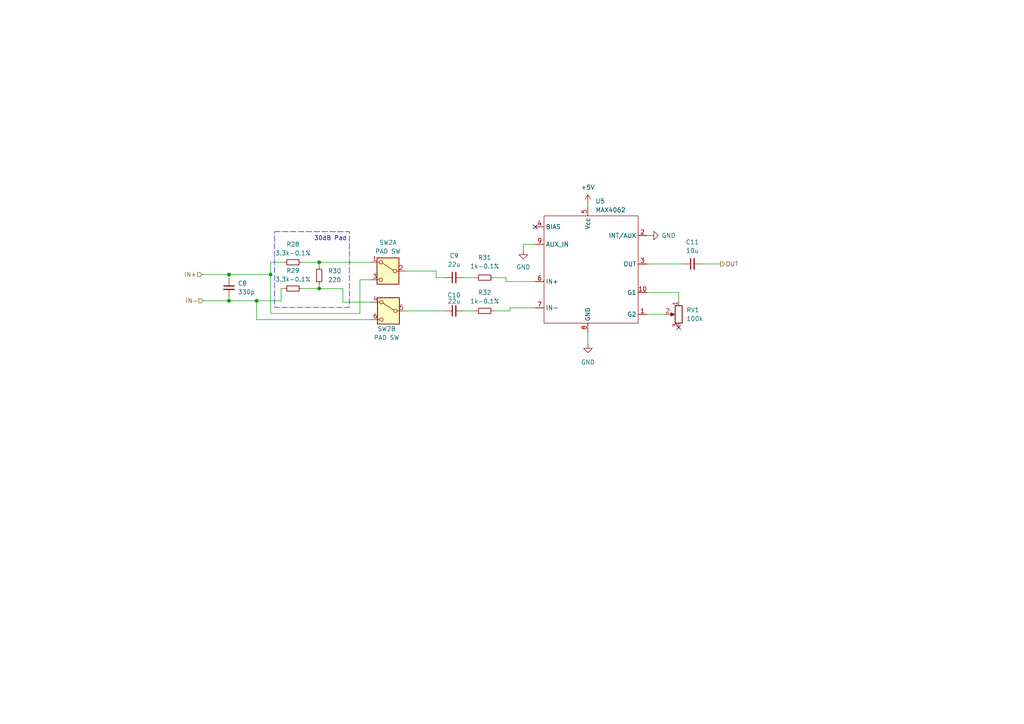
<source format=kicad_sch>
(kicad_sch (version 20230121) (generator eeschema)
  (paper "A4")
  (lib_symbols
    (symbol "Device:C_Small" (pin_numbers hide) (pin_names (offset 0.254) hide)
      (property "Reference" "C" (at 0.254 1.778 0))
      (property "Value" "C_Small" (at 0.254 -2.032 0))
      (symbol "C_Small_0_1"
        (polyline (pts (xy -1.524 -0.508) (xy 1.524 -0.508)) (stroke (width 0.3302)))
        (polyline (pts (xy -1.524 0.508) (xy 1.524 0.508)) (stroke (width 0.3048)))
      )
      (symbol "C_Small_1_1"
        (pin passive line (at 0 2.54 270) (length 2.032) (name "~") (number "1"))
        (pin passive line (at 0 -2.54 90) (length 2.032) (name "~") (number "2"))
      )
    )
    (symbol "Device:R_Potentiometer" (pin_names (offset 1.016) hide)
      (property "Reference" "RV" (at -4.445 0 90))
      (property "Value" "R_Potentiometer" (at -2.54 0 90))
      (symbol "R_Potentiometer_0_1"
        (polyline (pts (xy 2.54 0) (xy 1.524 0)))
        (polyline (pts (xy 1.143 0) (xy 2.286 0.508) (xy 2.286 -0.508) (xy 1.143 0)) (fill (type outline)))
        (rectangle (start 1.016 2.54) (end -1.016 -2.54) (stroke (width 0.254)))
      )
      (symbol "R_Potentiometer_1_1"
        (pin passive line (at 0 3.81 270) (length 1.27) (name "1") (number "1"))
        (pin passive line (at 3.81 0 180) (length 1.27) (name "2") (number "2"))
        (pin passive line (at 0 -3.81 90) (length 1.27) (name "3") (number "3"))
      )
    )
    (symbol "Device:R_Small" (pin_numbers hide) (pin_names (offset 0.254) hide)
      (property "Reference" "R" (at 0.762 0.508 0))
      (property "Value" "R_Small" (at 0.762 -1.016 0))
      (symbol "R_Small_0_1"
        (rectangle (start -0.762 1.778) (end 0.762 -1.778) (stroke (width 0.2032)))
      )
      (symbol "R_Small_1_1"
        (pin passive line (at 0 2.54 270) (length 0.762) (name "~") (number "1"))
        (pin passive line (at 0 -2.54 90) (length 0.762) (name "~") (number "2"))
      )
    )
    (symbol "Switch:SW_DPDT_x2" (pin_names (offset 0) hide)
      (property "Reference" "SW" (at 0 5.08 0))
      (property "Value" "SW_DPDT_x2" (at 0 -5.08 0))
      (symbol "SW_DPDT_x2_0_0"
        (circle (center -2.032 0) (radius 0.508))
        (circle (center 2.032 -2.54) (radius 0.508))
      )
      (symbol "SW_DPDT_x2_0_1"
        (rectangle (start -3.175 3.81) (end 3.175 -3.81) (stroke (width 0.254)) (fill (type background)))
        (polyline (pts (xy -1.524 0.254) (xy 1.5748 2.286)))
        (circle (center 2.032 2.54) (radius 0.508))
      )
      (symbol "SW_DPDT_x2_1_1"
        (pin passive line (at 5.08 2.54 180) (length 2.54) (name "A") (number "1"))
        (pin passive line (at -5.08 0 0) (length 2.54) (name "B") (number "2"))
        (pin passive line (at 5.08 -2.54 180) (length 2.54) (name "C") (number "3"))
      )
      (symbol "SW_DPDT_x2_2_1"
        (pin passive line (at 5.08 2.54 180) (length 2.54) (name "A") (number "4"))
        (pin passive line (at -5.08 0 0) (length 2.54) (name "B") (number "5"))
        (pin passive line (at 5.08 -2.54 180) (length 2.54) (name "C") (number "6"))
      )
    )
    (symbol "custom:MAX4062"
      (property "Reference" "U" (at 11.43 -17.145 0))
      (property "Value" "MAX4062" (at 0.635 0 0))
      (symbol "MAX4062_0_1"
        (rectangle (start -12.7 15.875) (end 14.605 -15.24))
      )
      (symbol "MAX4062_1_1"
        (pin input line (at 17.145 -12.7 180) (length 2.54) (name "G2") (number "1"))
        (pin output line (at 17.145 -6.35 180) (length 2.54) (name "G1") (number "10"))
        (pin input line (at 17.145 10.16 180) (length 2.54) (name "INT/AUX") (number "2"))
        (pin output line (at 17.145 1.905 180) (length 2.54) (name "OUT") (number "3"))
        (pin output line (at -15.24 12.7 0) (length 2.54) (name "BIAS") (number "4"))
        (pin input line (at 0 18.415 270) (length 2.54) (name "Vcc") (number "5"))
        (pin input line (at -15.24 -3.175 0) (length 2.54) (name "IN+") (number "6"))
        (pin input line (at -15.24 -10.795 0) (length 2.54) (name "IN-") (number "7"))
        (pin input line (at 0 -17.78 90) (length 2.54) (name "GND") (number "8"))
        (pin input line (at -15.24 7.62 0) (length 2.54) (name "AUX_IN") (number "9"))
      )
    )
    (symbol "power:+5V" (power) (pin_names (offset 0))
      (property "Value" "+5V" (at 0 3.556 0))
      (symbol "+5V_0_1"
        (polyline (pts (xy -0.762 1.27) (xy 0 2.54)))
        (polyline (pts (xy 0 0) (xy 0 2.54)))
        (polyline (pts (xy 0 2.54) (xy 0.762 1.27)))
      )
      (symbol "+5V_1_1"
        (pin power_in line (at 0 0 90) (length 0) hide (name "+5V") (number "1"))
      )
    )
    (symbol "power:GND" (power) (pin_names (offset 0))
      (property "Value" "GND" (at 0 -3.81 0))
      (symbol "GND_0_1"
        (polyline (pts (xy 0 0) (xy 0 -1.27) (xy 1.27 -1.27) (xy 0 -2.54) (xy -1.27 -1.27) (xy 0 -1.27)))
      )
      (symbol "GND_1_1"
        (pin power_in line (at 0 0 270) (length 0) hide (name "GND") (number "1"))
      )
    )
  )
  (junction (at 78.486 79.629))
  (junction (at 74.422 87.249))
  (junction (at 66.421 79.629))
  (junction (at 92.583 76.073))
  (junction (at 66.421 87.249))
  (junction (at 92.583 83.693))
  (no_connect (at 155.2448 65.786))
  (no_connect (at 196.85 94.996))
  (wire (pts (xy 170.4848 59.0296) (xy 170.4848 60.071)))
  (wire (pts (xy 78.486 79.629) (xy 78.486 90.932)))
  (wire (pts (xy 196.85 84.836) (xy 187.6298 84.836)))
  (wire (pts (xy 87.503 83.693) (xy 92.583 83.693)))
  (wire (pts (xy 196.85 87.376) (xy 196.85 84.836)))
  (wire (pts (xy 81.534 87.249) (xy 81.534 83.693)))
  (wire (pts (xy 198.2724 76.5556) (xy 189.0776 76.5556)))
  (wire (pts (xy 66.421 79.629) (xy 78.486 79.629)))
  (wire (pts (xy 87.503 76.073) (xy 92.583 76.073)))
  (wire (pts (xy 66.421 79.629) (xy 66.421 80.899)))
  (wire (pts (xy 81.534 83.693) (xy 82.423 83.693)))
  (wire (pts (xy 203.3524 76.5556) (xy 208.9404 76.5556)))
  (wire (pts (xy 78.486 79.629) (xy 78.486 76.073)))
  (wire (pts (xy 189.0776 76.5556) (xy 189.0776 76.581)))
  (wire (pts (xy 117.729 90.17) (xy 129.159 90.17)))
  (wire (pts (xy 151.7904 70.866) (xy 151.7904 72.5932)))
  (wire (pts (xy 74.422 87.249) (xy 81.534 87.249)))
  (wire (pts (xy 146.7866 80.518) (xy 146.7866 81.661)))
  (wire (pts (xy 92.583 76.073) (xy 107.442 76.073)))
  (wire (pts (xy 66.421 85.979) (xy 66.421 87.249)))
  (wire (pts (xy 126.492 80.518) (xy 126.492 78.613)))
  (wire (pts (xy 138.049 90.17) (xy 134.239 90.17)))
  (wire (pts (xy 104.394 81.153) (xy 107.442 81.153)))
  (wire (pts (xy 99.441 83.693) (xy 99.441 87.63)))
  (wire (pts (xy 170.4848 96.2914) (xy 170.4848 96.266)))
  (wire (pts (xy 134.239 80.518) (xy 138.049 80.518)))
  (wire (pts (xy 170.5102 99.7712) (xy 170.5102 96.2914)))
  (wire (pts (xy 146.7866 81.661) (xy 155.2448 81.661)))
  (wire (pts (xy 74.422 92.71) (xy 107.569 92.71)))
  (wire (pts (xy 92.583 83.693) (xy 99.441 83.693)))
  (wire (pts (xy 129.159 80.518) (xy 126.492 80.518)))
  (wire (pts (xy 78.486 76.073) (xy 82.423 76.073)))
  (wire (pts (xy 147.9296 90.17) (xy 147.9296 89.281)))
  (wire (pts (xy 66.421 87.249) (xy 74.422 87.249)))
  (wire (pts (xy 187.6298 91.186) (xy 193.04 91.186)))
  (wire (pts (xy 189.0776 76.581) (xy 187.6298 76.581)))
  (wire (pts (xy 143.129 80.518) (xy 146.7866 80.518)))
  (wire (pts (xy 66.421 79.629) (xy 58.547 79.629)))
  (wire (pts (xy 143.129 90.17) (xy 147.9296 90.17)))
  (wire (pts (xy 74.422 87.249) (xy 74.422 92.71)))
  (wire (pts (xy 170.5102 96.2914) (xy 170.4848 96.2914)))
  (wire (pts (xy 78.486 90.932) (xy 104.394 90.932)))
  (wire (pts (xy 58.928 87.249) (xy 66.421 87.249)))
  (wire (pts (xy 92.583 82.423) (xy 92.583 83.693)))
  (wire (pts (xy 155.2448 70.866) (xy 151.7904 70.866)))
  (wire (pts (xy 188.3664 68.326) (xy 187.6298 68.326)))
  (wire (pts (xy 117.602 78.613) (xy 126.492 78.613)))
  (wire (pts (xy 104.394 81.153) (xy 104.394 90.932)))
  (wire (pts (xy 92.583 76.073) (xy 92.583 77.343)))
  (wire (pts (xy 147.9296 89.281) (xy 155.2448 89.281)))
  (wire (pts (xy 99.441 87.63) (xy 107.569 87.63)))
  (rectangle (start 79.629 67.183) (end 101.346 89.154) (stroke (width 0) (type dash)))
  (text "30dB Pad" (at 91.059 69.977 0) (effects (font (size 1.27 1.27)) (justify left bottom)))
  (hierarchical_label "OUT" (shape output) (at 208.9404 76.5556 0))
  (hierarchical_label "IN+" (shape input) (at 58.547 79.629 180))
  (hierarchical_label "IN-" (shape input) (at 58.928 87.249 180))
  (symbol (lib_id "power:GND") (at 188.3664 68.326 90) (unit 1)
    (property "Reference" "#PWR042" (effects hide))
    (property "Value" "GND" (at 191.8716 68.326 90) (effects (justify right)))
    (instances (project "spider2" (path "" (reference "#PWR042") (unit 1)) (path "" (reference "#PWR046") (unit 1))))
  )
  (symbol (lib_id "Switch:SW_DPDT_x2") (at 112.522 78.613 0) (mirror y) (unit 1)
    (property "Reference" "SW2" (at 112.522 70.358 0))
    (property "Value" "PAD SW" (at 112.522 72.898 0))
    (instances (project "spider2" (path "" (reference "SW2") (unit 1)) (path "" (reference "SW3") (unit 1))))
  )
  (symbol (lib_id "Device:R_Potentiometer") (at 196.85 91.186 0) (mirror y) (unit 1)
    (property "Reference" "RV1" (at 199.0344 89.916 0) (effects (justify right)))
    (property "Value" "100k" (at 199.0344 92.456 0) (effects (justify right)))
    (instances (project "spider2" (path "" (reference "RV1") (unit 1)) (path "" (reference "RV2") (unit 1))))
  )
  (symbol (lib_id "Device:R_Small") (at 84.963 83.693 90) (unit 1)
    (property "Reference" "R29" (at 84.963 78.486 90))
    (property "Value" "3.3k-0.1%" (at 84.963 81.026 90))
    (instances (project "spider2" (path "" (reference "R29") (unit 1)) (path "" (reference "R34") (unit 1))))
  )
  (symbol (lib_id "power:+5V") (at 170.4848 59.0296 0) (unit 1)
    (property "Reference" "#PWR040" (effects hide))
    (property "Value" "+5V" (at 170.4848 54.356 0))
    (instances (project "spider2" (path "" (reference "#PWR040") (unit 1)) (path "" (reference "#PWR044") (unit 1))))
  )
  (symbol (lib_id "Device:C_Small") (at 200.8124 76.5556 90) (unit 1)
    (property "Reference" "C11" (at 200.8187 70.2056 90))
    (property "Value" "10u" (at 200.8187 72.7456 90))
    (instances (project "spider2" (path "" (reference "C11") (unit 1)) (path "" (reference "C15") (unit 1))))
  )
  (symbol (lib_id "custom:MAX4062") (at 170.4848 78.486 0) (unit 1)
    (property "Reference" "U5" (at 172.6789 58.3692 0) (effects (justify left)))
    (property "Value" "MAX4062" (at 172.6789 60.9092 0) (effects (justify left)))
    (property "Footprint" "Package_SO:MSOP-10_3x3mm_P0.5mm" (effects hide))
    (property "Datasheet" "https://www.farnell.com/datasheets/2000892.pdf" (effects hide))
    (instances (project "spider2" (path "" (reference "U5") (unit 1)) (path "" (reference "U6") (unit 1))))
  )
  (symbol (lib_id "Switch:SW_DPDT_x2") (at 112.649 90.17 0) (mirror y) (unit 2)
    (property "Reference" "SW2" (at 112.141 95.377 0))
    (property "Value" "PAD SW" (at 112.141 97.917 0))
    (instances (project "spider2" (path "" (reference "SW2") (unit 2)) (path "" (reference "SW3") (unit 2))))
  )
  (symbol (lib_id "Device:R_Small") (at 140.589 90.17 90) (unit 1)
    (property "Reference" "R32" (at 140.589 84.836 90))
    (property "Value" "1k-0.1%" (at 140.589 87.376 90))
    (instances (project "spider2" (path "" (reference "R32") (unit 1)) (path "" (reference "R37") (unit 1))))
  )
  (symbol (lib_id "Device:R_Small") (at 140.589 80.518 90) (unit 1)
    (property "Reference" "R31" (at 140.589 74.676 90))
    (property "Value" "1k-0.1%" (at 140.589 77.216 90))
    (instances (project "spider2" (path "" (reference "R31") (unit 1)) (path "" (reference "R36") (unit 1))))
  )
  (symbol (lib_id "Device:R_Small") (at 92.583 79.883 180) (unit 1)
    (property "Reference" "R30" (at 95.123 78.613 0) (effects (justify right)))
    (property "Value" "220" (at 95.123 81.153 0) (effects (justify right)))
    (instances (project "spider2" (path "" (reference "R30") (unit 1)) (path "" (reference "R35") (unit 1))))
  )
  (symbol (lib_id "Device:R_Small") (at 84.963 76.073 90) (unit 1)
    (property "Reference" "R28" (at 84.963 70.866 90))
    (property "Value" "3.3k-0.1%" (at 84.963 73.406 90))
    (instances (project "spider2" (path "" (reference "R28") (unit 1)) (path "" (reference "R33") (unit 1))))
  )
  (symbol (lib_id "Device:C_Small") (at 131.699 90.17 90) (unit 1)
    (property "Reference" "C10" (at 131.699 85.598 90))
    (property "Value" "22u" (at 131.699 87.376 90))
    (instances (project "spider2" (path "" (reference "C10") (unit 1)) (path "" (reference "C14") (unit 1))))
  )
  (symbol (lib_id "Device:C_Small") (at 131.699 80.518 90) (unit 1)
    (property "Reference" "C9" (at 131.7053 74.168 90))
    (property "Value" "22u" (at 131.7053 76.708 90))
    (instances (project "spider2" (path "" (reference "C9") (unit 1)) (path "" (reference "C13") (unit 1))))
  )
  (symbol (lib_id "power:GND") (at 170.5102 99.7712 0) (unit 1)
    (property "Reference" "#PWR041" (effects hide))
    (property "Value" "GND" (at 170.5102 105.0544 0))
    (instances (project "spider2" (path "" (reference "#PWR041") (unit 1)) (path "" (reference "#PWR045") (unit 1))))
  )
  (symbol (lib_id "Device:C_Small") (at 66.421 83.439 0) (unit 1)
    (property "Reference" "C8" (at 68.961 82.1753 0) (effects (justify left)))
    (property "Value" "330p" (at 68.961 84.709 0) (effects (justify left)))
    (instances (project "spider2" (path "" (reference "C8") (unit 1)) (path "" (reference "C12") (unit 1))))
  )
  (symbol (lib_id "power:GND") (at 151.7904 72.5932 0) (unit 1)
    (property "Reference" "#PWR039" (effects hide))
    (property "Value" "GND" (at 151.7904 77.4192 0))
    (instances (project "spider2" (path "" (reference "#PWR039") (unit 1)) (path "" (reference "#PWR043") (unit 1))))
  )
)
</source>
